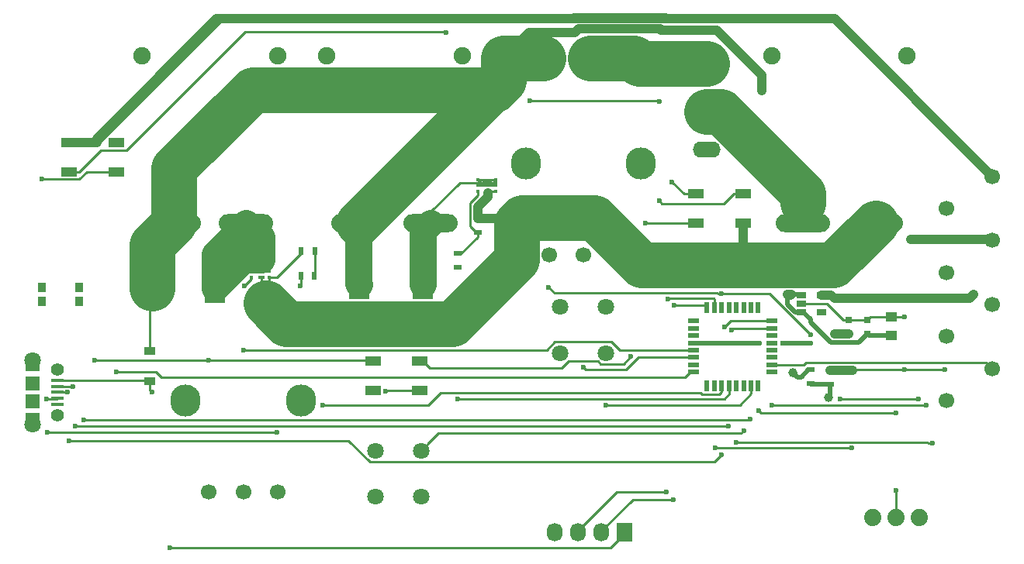
<source format=gbr>
G04 #@! TF.FileFunction,Copper,L1,Top,Signal*
%FSLAX46Y46*%
G04 Gerber Fmt 4.6, Leading zero omitted, Abs format (unit mm)*
G04 Created by KiCad (PCBNEW 4.0.7-e2-6376~61~ubuntu18.04.1) date Tue Jul 31 18:43:04 2018*
%MOMM*%
%LPD*%
G01*
G04 APERTURE LIST*
%ADD10C,0.100000*%
%ADD11R,1.350000X0.450000*%
%ADD12C,1.408000*%
%ADD13C,1.800000*%
%ADD14R,1.550000X1.500000*%
%ADD15R,1.651000X0.998220*%
%ADD16O,5.930000X1.970000*%
%ADD17C,1.900000*%
%ADD18R,1.270000X0.558800*%
%ADD19R,0.558800X1.270000*%
%ADD20C,1.700000*%
%ADD21O,3.300000X3.500000*%
%ADD22R,1.250000X1.000000*%
%ADD23R,0.750000X0.800000*%
%ADD24R,2.250000X3.200000*%
%ADD25C,3.400000*%
%ADD26R,0.500000X0.900000*%
%ADD27R,0.900000X0.500000*%
%ADD28R,0.899160X0.998220*%
%ADD29O,3.030000X1.760000*%
%ADD30R,1.060000X0.650000*%
%ADD31C,1.879600*%
%ADD32R,0.450000X0.300000*%
%ADD33R,0.750000X0.300000*%
%ADD34R,1.000000X0.950000*%
%ADD35C,0.300000*%
%ADD36R,1.727200X2.032000*%
%ADD37O,1.727200X2.032000*%
%ADD38R,1.220000X0.910000*%
%ADD39C,1.000000*%
%ADD40C,0.600000*%
%ADD41C,0.250000*%
%ADD42C,0.500000*%
%ADD43C,1.000000*%
%ADD44C,5.000000*%
%ADD45C,3.000000*%
G04 APERTURE END LIST*
D10*
D11*
X50175000Y-85200000D03*
X50175000Y-85850000D03*
X50175000Y-86500000D03*
X50175000Y-87150000D03*
X50175000Y-87800000D03*
D12*
X50200000Y-84000000D03*
X50200000Y-89000000D03*
D13*
X47500000Y-83000000D03*
X47500000Y-90000000D03*
D14*
X47500000Y-85500000D03*
X47500000Y-87500000D03*
X47500000Y-83450000D03*
X47500000Y-89550000D03*
D15*
X51500000Y-59204680D03*
X51500000Y-62400000D03*
X56651120Y-62400000D03*
X56651120Y-59204680D03*
D16*
X62910000Y-68000000D03*
X70810000Y-68000000D03*
D17*
X59470000Y-49760000D03*
X74250000Y-49760000D03*
D18*
X119607400Y-78700920D03*
X119607400Y-79501020D03*
X119607400Y-80301120D03*
X119607400Y-81101220D03*
X119607400Y-81898780D03*
X119607400Y-82698880D03*
X119607400Y-83498980D03*
X119607400Y-84299080D03*
D19*
X121100920Y-85792600D03*
X121901020Y-85792600D03*
X122701120Y-85792600D03*
X123501220Y-85792600D03*
X124298780Y-85792600D03*
X125098880Y-85792600D03*
X125898980Y-85792600D03*
X126699080Y-85792600D03*
D18*
X128192600Y-84299080D03*
X128192600Y-83498980D03*
X128192600Y-82698880D03*
X128192600Y-81898780D03*
X128192600Y-81101220D03*
X128192600Y-80301120D03*
X128192600Y-79501020D03*
X128192600Y-78700920D03*
D19*
X126699080Y-77207400D03*
X125898980Y-77207400D03*
X125098880Y-77207400D03*
X124298780Y-77207400D03*
X123501220Y-77207400D03*
X122701120Y-77207400D03*
X121901020Y-77207400D03*
X121100920Y-77207400D03*
D20*
X70500000Y-97400000D03*
X66750000Y-97400000D03*
X74250000Y-97400000D03*
D21*
X76800000Y-87400000D03*
X64200000Y-87400000D03*
D16*
X131590000Y-68000000D03*
X139490000Y-68000000D03*
D17*
X128150000Y-49760000D03*
X142930000Y-49760000D03*
D22*
X141200000Y-80300000D03*
X141200000Y-78300000D03*
D23*
X138600000Y-80100000D03*
X138600000Y-78600000D03*
X136600000Y-80100000D03*
X136600000Y-78600000D03*
D24*
X60500000Y-75100000D03*
X67400000Y-75100000D03*
X83150000Y-74700000D03*
X90050000Y-74700000D03*
D25*
X108030000Y-50000000D03*
X103970000Y-50000000D03*
X113110000Y-50000000D03*
X98890000Y-50000000D03*
D16*
X83040000Y-68000000D03*
X90940000Y-68000000D03*
D17*
X79600000Y-49760000D03*
X94380000Y-49760000D03*
D20*
X152200000Y-62900000D03*
X147200000Y-66400000D03*
X152200000Y-69900000D03*
X147200000Y-73400000D03*
X152200000Y-76900000D03*
X152200000Y-83900000D03*
X147200000Y-80400000D03*
X147200000Y-87400000D03*
D26*
X78250000Y-73800000D03*
X76750000Y-73800000D03*
X78300000Y-71100000D03*
X76800000Y-71100000D03*
D27*
X93900000Y-71350000D03*
X93900000Y-72850000D03*
X132400000Y-84050000D03*
X132400000Y-85550000D03*
X134500000Y-85600000D03*
X134500000Y-84100000D03*
X96100000Y-69000000D03*
X96100000Y-67500000D03*
D20*
X107600000Y-71500000D03*
X103850000Y-71500000D03*
X111350000Y-71500000D03*
D21*
X113900000Y-61500000D03*
X101300000Y-61500000D03*
D28*
X48500000Y-76600000D03*
X52599560Y-76600000D03*
X52599560Y-75004880D03*
X48500000Y-75004880D03*
D13*
X84900000Y-92900000D03*
X89900000Y-92900000D03*
X84900000Y-97900000D03*
X89900000Y-97900000D03*
X105100000Y-77200000D03*
X110100000Y-77200000D03*
X105100000Y-82200000D03*
X110100000Y-82200000D03*
D29*
X121100000Y-55300000D03*
X121100000Y-60000000D03*
X121100000Y-50600000D03*
D30*
X131400000Y-75850000D03*
X131400000Y-76800000D03*
X131400000Y-77750000D03*
X133600000Y-77750000D03*
X133600000Y-75850000D03*
D15*
X119924440Y-64802340D03*
X119924440Y-67997660D03*
X125075560Y-67997660D03*
X125075560Y-64802340D03*
X84624440Y-83102340D03*
X84624440Y-86297660D03*
X89775560Y-86297660D03*
X89775560Y-83102340D03*
D31*
X144300000Y-100200000D03*
X141760000Y-100200000D03*
X139220000Y-100200000D03*
D32*
X96125000Y-63250000D03*
X96125000Y-63900000D03*
X96125000Y-64550000D03*
X98075000Y-64550000D03*
X98075000Y-63900000D03*
X98075000Y-63250000D03*
D33*
X97195000Y-64550000D03*
D34*
X97100000Y-63575000D03*
D35*
X97100000Y-63575000D03*
D34*
X97100000Y-63575000D03*
D32*
X71375000Y-72625000D03*
X71375000Y-73275000D03*
X71375000Y-73925000D03*
X73325000Y-73925000D03*
X73325000Y-73275000D03*
X73325000Y-72625000D03*
D33*
X72445000Y-73925000D03*
D34*
X72350000Y-72950000D03*
D35*
X72350000Y-72950000D03*
D34*
X72350000Y-72950000D03*
D36*
X112100000Y-101800000D03*
D37*
X109560000Y-101800000D03*
X107020000Y-101800000D03*
X104480000Y-101800000D03*
D38*
X60300000Y-82000000D03*
X60300000Y-85270000D03*
D39*
X130500000Y-84324000D03*
D40*
X129900000Y-75800000D03*
X127100000Y-53500000D03*
X147100000Y-84000000D03*
X142700000Y-84000000D03*
X142700000Y-78300000D03*
X86000000Y-86400000D03*
X136900000Y-92600000D03*
X122000000Y-92600000D03*
X48500000Y-63200000D03*
X74200000Y-90900000D03*
X49100000Y-90900000D03*
X49000000Y-87200000D03*
X48500000Y-76600000D03*
X124298780Y-77207400D03*
X121901020Y-85792600D03*
X106049999Y-67650001D03*
X143296276Y-69826276D03*
X137000000Y-84100000D03*
X103800000Y-75000000D03*
X132400000Y-80200000D03*
X135000000Y-76200000D03*
X150200000Y-75800000D03*
X144200000Y-87274980D03*
X135600000Y-87274980D03*
X121100920Y-85792600D03*
X122700000Y-75700000D03*
X122701120Y-77207400D03*
X54500000Y-59204680D03*
X54300000Y-83000000D03*
X66700000Y-83000000D03*
X116600000Y-45700000D03*
X117300000Y-63500000D03*
X135007844Y-80092156D03*
X123758345Y-79698226D03*
X52125020Y-90200000D03*
X123400000Y-90200000D03*
X51900000Y-85900000D03*
X123036253Y-79353839D03*
X51300000Y-86500000D03*
X51500000Y-91800000D03*
X122700000Y-93300000D03*
X145000000Y-87900000D03*
X128192600Y-84299080D03*
X128200000Y-87900000D03*
X124300000Y-91974980D03*
X145700000Y-92100000D03*
X124298780Y-85792600D03*
X78250000Y-73800000D03*
X70600000Y-74900000D03*
X79200000Y-87900000D03*
X76700000Y-74900000D03*
X93900000Y-72850000D03*
X93900000Y-87200000D03*
D39*
X134328981Y-87074980D03*
D40*
X132400000Y-85550000D03*
X132400000Y-81100000D03*
X129400000Y-81100000D03*
X126800000Y-81100000D03*
X70500000Y-81900000D03*
X125898980Y-77207400D03*
X125800000Y-89400000D03*
X53100000Y-89500000D03*
X52599560Y-76600000D03*
X125098880Y-85792600D03*
X125100000Y-90700000D03*
X110100000Y-87900000D03*
X56600000Y-84299080D03*
X56651120Y-59204680D03*
X126699080Y-85792600D03*
X126700000Y-88500000D03*
X141700000Y-88800000D03*
X141700000Y-97200000D03*
X116700000Y-97400000D03*
X116800000Y-76300000D03*
X117500000Y-77000000D03*
X117400000Y-98200000D03*
X115900000Y-65600000D03*
X115900000Y-54700000D03*
X101800000Y-54600000D03*
X92600000Y-47200000D03*
X114400000Y-68000000D03*
X112800000Y-82600000D03*
X107600000Y-83727362D03*
X62500000Y-103500000D03*
X60500000Y-86500000D03*
D41*
X60300000Y-82000000D02*
X60300000Y-75300000D01*
X60300000Y-75300000D02*
X60500000Y-75100000D01*
D42*
X129900000Y-76886812D02*
X129900000Y-76224264D01*
X129900000Y-76224264D02*
X129900000Y-75800000D01*
X131400000Y-77750000D02*
X130763188Y-77750000D01*
X130763188Y-77750000D02*
X129900000Y-76886812D01*
X131426001Y-84823999D02*
X130999999Y-84823999D01*
X130999999Y-84823999D02*
X130500000Y-84324000D01*
X132200000Y-84050000D02*
X131426001Y-84823999D01*
X132400000Y-84050000D02*
X132200000Y-84050000D01*
X134622180Y-81050010D02*
X132400000Y-78827830D01*
X137674990Y-81050010D02*
X134622180Y-81050010D01*
X138600000Y-80125000D02*
X137674990Y-81050010D01*
X138600000Y-80100000D02*
X138600000Y-80125000D01*
X132400000Y-78827830D02*
X132400000Y-78545000D01*
D43*
X127100000Y-53075736D02*
X127100000Y-53500000D01*
X127100000Y-51866740D02*
X127100000Y-53075736D01*
X122133271Y-46900011D02*
X127100000Y-51866740D01*
X116002919Y-46799990D02*
X116102940Y-46900011D01*
X101715008Y-47174992D02*
X106697060Y-47174992D01*
X98890000Y-50000000D02*
X101715008Y-47174992D01*
X116102940Y-46900011D02*
X122133271Y-46900011D01*
X107072062Y-46799990D02*
X116002919Y-46799990D01*
X106697060Y-47174992D02*
X107072062Y-46799990D01*
D42*
X141200000Y-80300000D02*
X138800000Y-80300000D01*
X138800000Y-80300000D02*
X138600000Y-80100000D01*
X131400000Y-77750000D02*
X131605000Y-77750000D01*
X131605000Y-77750000D02*
X132400000Y-78545000D01*
X129900000Y-75800000D02*
X131350000Y-75800000D01*
D43*
X129900000Y-75800000D02*
X130284998Y-75800000D01*
X129950000Y-75850000D02*
X130234998Y-75850000D01*
D44*
X60500000Y-75100000D02*
X60500000Y-70410000D01*
X60500000Y-70410000D02*
X62910000Y-68000000D01*
D41*
X131400000Y-75850000D02*
X130620000Y-75850000D01*
X130620000Y-75850000D02*
X130544999Y-75925001D01*
D44*
X98890000Y-50000000D02*
X103169991Y-50000000D01*
X62910000Y-68000000D02*
X62910000Y-62015000D01*
X62910000Y-62015000D02*
X71514999Y-53410001D01*
X71514999Y-53410001D02*
X97884162Y-53410001D01*
X97884162Y-53410001D02*
X98890000Y-52404163D01*
X98890000Y-52404163D02*
X98890000Y-50000000D01*
X98890000Y-50000000D02*
X98890000Y-52150000D01*
X98890000Y-52150000D02*
X83040000Y-68000000D01*
D45*
X98629999Y-52410001D02*
X98890000Y-52150000D01*
X83040000Y-68000000D02*
X83040000Y-74590000D01*
X83040000Y-74590000D02*
X83150000Y-74700000D01*
X103970000Y-50000000D02*
X98890000Y-50000000D01*
D41*
X142700000Y-84000000D02*
X147100000Y-84000000D01*
X142700000Y-84000000D02*
X137100000Y-84000000D01*
X137100000Y-84000000D02*
X137000000Y-84100000D01*
X141200000Y-78300000D02*
X142700000Y-78300000D01*
X89775560Y-86297660D02*
X86102340Y-86297660D01*
X86102340Y-86297660D02*
X86000000Y-86400000D01*
X122000000Y-92600000D02*
X136900000Y-92600000D01*
X56651120Y-62400000D02*
X53409612Y-62400000D01*
X53409612Y-62400000D02*
X52585501Y-63224111D01*
X52585501Y-63224111D02*
X48524111Y-63224111D01*
X48524111Y-63224111D02*
X48500000Y-63200000D01*
X49100000Y-90900000D02*
X74200000Y-90900000D01*
X49000000Y-87200000D02*
X50125000Y-87200000D01*
X50125000Y-87200000D02*
X50175000Y-87150000D01*
X97195000Y-64550000D02*
X98075000Y-64550000D01*
D44*
X134890000Y-72600000D02*
X125000000Y-72600000D01*
X125000000Y-72600000D02*
X113954002Y-72600000D01*
D43*
X125075560Y-67997660D02*
X125075560Y-72524440D01*
X125075560Y-72524440D02*
X125000000Y-72600000D01*
X143296276Y-69826276D02*
X152126276Y-69826276D01*
X152126276Y-69826276D02*
X152200000Y-69900000D01*
D41*
X134175000Y-76800000D02*
X132180000Y-76800000D01*
X135975000Y-78600000D02*
X134175000Y-76800000D01*
X136600000Y-78600000D02*
X135975000Y-78600000D01*
X132180000Y-76800000D02*
X131400000Y-76800000D01*
D43*
X134500000Y-84100000D02*
X137000000Y-84100000D01*
D41*
X143614242Y-69900000D02*
X143596275Y-69917967D01*
X152200000Y-69900000D02*
X143614242Y-69900000D01*
D43*
X96100000Y-67500000D02*
X96100000Y-66250000D01*
X96100000Y-66250000D02*
X97195000Y-65155000D01*
X97195000Y-65155000D02*
X97195000Y-64750001D01*
X100825001Y-67500000D02*
X96100000Y-67500000D01*
X100925001Y-67400000D02*
X100825001Y-67500000D01*
D41*
X100525000Y-67400000D02*
X100925001Y-67400000D01*
X99645000Y-67400000D02*
X100925001Y-67400000D01*
X96970000Y-64550000D02*
X97195000Y-64550000D01*
X76800000Y-71100000D02*
X76800000Y-71300000D01*
X74175000Y-73925000D02*
X73800000Y-73925000D01*
X76800000Y-71300000D02*
X74175000Y-73925000D01*
X73800000Y-73925000D02*
X73325000Y-73925000D01*
X136600000Y-78600000D02*
X138600000Y-78600000D01*
X141200000Y-78300000D02*
X138900000Y-78300000D01*
X138900000Y-78300000D02*
X138600000Y-78600000D01*
X73325000Y-73925000D02*
X73325000Y-76425002D01*
X73325000Y-76425002D02*
X72975001Y-76775001D01*
X72445000Y-73925000D02*
X72445000Y-76245000D01*
X72445000Y-76245000D02*
X72975001Y-76775001D01*
D44*
X75200001Y-79000001D02*
X72975001Y-76775001D01*
X100925001Y-67400000D02*
X100299999Y-68025002D01*
X100299999Y-68025002D02*
X100299999Y-72035003D01*
X100299999Y-72035003D02*
X93335001Y-79000001D01*
X93335001Y-79000001D02*
X75200001Y-79000001D01*
X108754002Y-67400000D02*
X100925001Y-67400000D01*
X139490000Y-68000000D02*
X134890000Y-72600000D01*
X113954002Y-72600000D02*
X108754002Y-67400000D01*
D41*
X103800000Y-75000000D02*
X104474998Y-75674998D01*
X104474998Y-75674998D02*
X122250734Y-75674998D01*
X122250734Y-75674998D02*
X122275736Y-75700000D01*
X122275736Y-75700000D02*
X122700000Y-75700000D01*
D43*
X135000000Y-76200000D02*
X149800000Y-76200000D01*
X149800000Y-76200000D02*
X150200000Y-75800000D01*
X133600000Y-75850000D02*
X134650000Y-75850000D01*
X134650000Y-75850000D02*
X135000000Y-76200000D01*
D41*
X136024264Y-87274980D02*
X144200000Y-87274980D01*
X135600000Y-87274980D02*
X136024264Y-87274980D01*
D43*
X135007844Y-80092156D02*
X136592156Y-80092156D01*
X136592156Y-80092156D02*
X136600000Y-80100000D01*
X135000000Y-45700000D02*
X152200000Y-62900000D01*
X116600000Y-45700000D02*
X135000000Y-45700000D01*
X106474982Y-45700000D02*
X106575002Y-45599980D01*
X106575002Y-45599980D02*
X116600000Y-45599980D01*
X54500000Y-59204680D02*
X54500000Y-58780416D01*
X54500000Y-58780416D02*
X67580416Y-45700000D01*
X67580416Y-45700000D02*
X106474982Y-45700000D01*
X51500000Y-59204680D02*
X54500000Y-59204680D01*
D41*
X54741508Y-59204680D02*
X54500000Y-59204680D01*
X67200000Y-83000000D02*
X84522100Y-83000000D01*
X67200000Y-83000000D02*
X54300000Y-83000000D01*
X66700000Y-83000000D02*
X67200000Y-83000000D01*
X84522100Y-83000000D02*
X84624440Y-83102340D01*
X120874980Y-45974980D02*
X116600000Y-45974981D01*
X116600000Y-45700000D02*
X116600000Y-45974981D01*
X116600000Y-45974981D02*
X67971205Y-45974983D01*
X119924440Y-64802340D02*
X118602340Y-64802340D01*
X118602340Y-64802340D02*
X117300000Y-63500000D01*
X67971205Y-45974983D02*
X54741508Y-59204680D01*
X122374980Y-45974980D02*
X120874980Y-45974980D01*
X122700000Y-75700000D02*
X127900000Y-75700000D01*
X127900000Y-75700000D02*
X132400000Y-80200000D01*
X71375000Y-73275000D02*
X71375000Y-72625000D01*
X72350000Y-72950000D02*
X71700000Y-72950000D01*
X71700000Y-72950000D02*
X71375000Y-73275000D01*
X73325000Y-73275000D02*
X72675000Y-73275000D01*
X72675000Y-73275000D02*
X72350000Y-72950000D01*
X73325000Y-72625000D02*
X73325000Y-73275000D01*
X72350000Y-72950000D02*
X73000000Y-72950000D01*
X73000000Y-72950000D02*
X73325000Y-72625000D01*
X71375000Y-72625000D02*
X72025000Y-72625000D01*
X72025000Y-72625000D02*
X72350000Y-72950000D01*
D45*
X72500000Y-72000000D02*
X72500000Y-69500000D01*
X67400000Y-75100000D02*
X70515000Y-71985000D01*
X70515000Y-71985000D02*
X70810000Y-71985000D01*
X70825000Y-72000000D02*
X72500000Y-72000000D01*
X67400000Y-71410000D02*
X67400000Y-75100000D01*
X70810000Y-71985000D02*
X70825000Y-72000000D01*
X70810000Y-68000000D02*
X70810000Y-71985000D01*
X70810000Y-68000000D02*
X67400000Y-71410000D01*
D41*
X98075000Y-63250000D02*
X96125000Y-63250000D01*
X96125000Y-63900000D02*
X98075000Y-63900000D01*
X96450000Y-63575000D02*
X96125000Y-63250000D01*
X97100000Y-63575000D02*
X96450000Y-63575000D01*
X96450000Y-63575000D02*
X96125000Y-63900000D01*
X98075000Y-63900000D02*
X97750000Y-63575000D01*
X98075000Y-63250000D02*
X98075000Y-63900000D01*
X97100000Y-63575000D02*
X97750000Y-63575000D01*
X97750000Y-63575000D02*
X98075000Y-63250000D01*
X96125000Y-63250000D02*
X96775000Y-63250000D01*
X96775000Y-63250000D02*
X97100000Y-63575000D01*
X97100000Y-63575000D02*
X94130000Y-63575000D01*
X94130000Y-63575000D02*
X90940000Y-66765000D01*
X90940000Y-66765000D02*
X90940000Y-68000000D01*
D45*
X90050000Y-74700000D02*
X90050000Y-68890000D01*
X90050000Y-68890000D02*
X90940000Y-68000000D01*
D44*
X114585000Y-50600000D02*
X121100000Y-50600000D01*
X113710000Y-50600000D02*
X114585000Y-50600000D01*
X113110000Y-50000000D02*
X113710000Y-50600000D01*
X113110000Y-50000000D02*
X108370001Y-50000000D01*
D45*
X108030000Y-50000000D02*
X113110000Y-50000000D01*
D41*
X131590000Y-68000000D02*
X131590000Y-65155000D01*
X131590000Y-65155000D02*
X121735000Y-55300000D01*
X121735000Y-55300000D02*
X121100000Y-55300000D01*
D44*
X131590000Y-65790000D02*
X131590000Y-64792102D01*
X131590000Y-64792102D02*
X122597907Y-55800009D01*
X122597907Y-55800009D02*
X121100000Y-55800009D01*
D45*
X131590000Y-65790000D02*
X121100000Y-55300000D01*
D41*
X123955551Y-79501020D02*
X123758345Y-79698226D01*
X128192600Y-79501020D02*
X123955551Y-79501020D01*
X123400000Y-90200000D02*
X52125020Y-90200000D01*
X50175000Y-85850000D02*
X51850000Y-85850000D01*
X51850000Y-85850000D02*
X51900000Y-85900000D01*
X123336252Y-79053840D02*
X123036253Y-79353839D01*
X123689172Y-78700920D02*
X123336252Y-79053840D01*
X128192600Y-78700920D02*
X123689172Y-78700920D01*
X51300000Y-86500000D02*
X50175000Y-86500000D01*
X122700000Y-93300000D02*
X121874999Y-94125001D01*
X121874999Y-94125001D02*
X84311999Y-94125001D01*
X84311999Y-94125001D02*
X81986998Y-91800000D01*
X81986998Y-91800000D02*
X51500000Y-91800000D01*
X128200000Y-87900000D02*
X145000000Y-87900000D01*
X145150716Y-91974980D02*
X124300000Y-91974980D01*
X145275736Y-92100000D02*
X145150716Y-91974980D01*
X145700000Y-92100000D02*
X145275736Y-92100000D01*
X151574990Y-83274990D02*
X152200000Y-83900000D01*
X128192600Y-83498980D02*
X131666018Y-83498980D01*
X131666018Y-83498980D02*
X131890008Y-83274990D01*
X131890008Y-83274990D02*
X151574990Y-83274990D01*
X71375000Y-73925000D02*
X71375000Y-74125000D01*
X71375000Y-74125000D02*
X70600000Y-74900000D01*
X78300000Y-71100000D02*
X78300000Y-73750000D01*
X78300000Y-73750000D02*
X78250000Y-73800000D01*
X120561519Y-86752601D02*
X122440421Y-86752601D01*
X120383916Y-86574998D02*
X120561519Y-86752601D01*
X91999998Y-86574998D02*
X120383916Y-86574998D01*
X122701120Y-86491902D02*
X122701120Y-85792600D01*
X90674996Y-87900000D02*
X91999998Y-86574998D01*
X79200000Y-87900000D02*
X90674996Y-87900000D01*
X122440421Y-86752601D02*
X122701120Y-86491902D01*
X76750000Y-73800000D02*
X76750000Y-74850000D01*
X76750000Y-74850000D02*
X76700000Y-74900000D01*
X95900000Y-69000000D02*
X96100000Y-69000000D01*
X95274989Y-68374989D02*
X95900000Y-69000000D01*
X95274989Y-65800011D02*
X95274989Y-68374989D01*
X96125000Y-64950000D02*
X95274989Y-65800011D01*
X96125000Y-64550000D02*
X96125000Y-64950000D01*
X93900000Y-71350000D02*
X94250000Y-71350000D01*
X94250000Y-71350000D02*
X96100000Y-69500000D01*
X96100000Y-69500000D02*
X96100000Y-69000000D01*
X120375119Y-87202612D02*
X120372507Y-87200000D01*
X123501220Y-85792600D02*
X123501220Y-86677600D01*
X123501220Y-86677600D02*
X122976208Y-87202612D01*
X122976208Y-87202612D02*
X120375119Y-87202612D01*
X120372507Y-87200000D02*
X93900000Y-87200000D01*
D42*
X134500000Y-86903961D02*
X134328981Y-87074980D01*
X134500000Y-85600000D02*
X134500000Y-86903961D01*
X129400000Y-81100000D02*
X132400000Y-81100000D01*
X119607400Y-81101220D02*
X126798780Y-81101220D01*
X126798780Y-81101220D02*
X126800000Y-81100000D01*
X134500000Y-85600000D02*
X132450000Y-85600000D01*
X132450000Y-85600000D02*
X132400000Y-85550000D01*
D41*
X119607400Y-81898780D02*
X111611782Y-81898780D01*
X111611782Y-81898780D02*
X110688001Y-80974999D01*
X110688001Y-80974999D02*
X104511999Y-80974999D01*
X104511999Y-80974999D02*
X103586998Y-81900000D01*
X103586998Y-81900000D02*
X70500000Y-81900000D01*
X53100000Y-89500000D02*
X125700000Y-89500000D01*
X125700000Y-89500000D02*
X125800000Y-89400000D01*
X90799999Y-92000001D02*
X89900000Y-92900000D01*
X91800001Y-90999999D02*
X90799999Y-92000001D01*
X124800001Y-90999999D02*
X91800001Y-90999999D01*
X125100000Y-90700000D02*
X124800001Y-90999999D01*
X125100000Y-85793720D02*
X125098880Y-85792600D01*
X125898980Y-85792600D02*
X125898980Y-86677600D01*
X125898980Y-86677600D02*
X124676580Y-87900000D01*
X124676580Y-87900000D02*
X110100000Y-87900000D01*
X57024264Y-84299080D02*
X56600000Y-84299080D01*
X60979082Y-84299080D02*
X57024264Y-84299080D01*
X61508482Y-84828480D02*
X60979082Y-84299080D01*
X118722400Y-84828480D02*
X61508482Y-84828480D01*
X119251800Y-84299080D02*
X118722400Y-84828480D01*
X119607400Y-84299080D02*
X119251800Y-84299080D01*
X126700000Y-85793520D02*
X126699080Y-85792600D01*
X141700000Y-88800000D02*
X127000000Y-88800000D01*
X127000000Y-88800000D02*
X126700000Y-88500000D01*
X141760000Y-100200000D02*
X141760000Y-97260000D01*
X141760000Y-97260000D02*
X141700000Y-97200000D01*
X116700000Y-97400000D02*
X111267600Y-97400000D01*
X111267600Y-97400000D02*
X107020000Y-101647600D01*
X107020000Y-101647600D02*
X107020000Y-101800000D01*
X121901020Y-76322400D02*
X121826019Y-76247399D01*
X121901020Y-77207400D02*
X121901020Y-76322400D01*
X121826019Y-76247399D02*
X116852601Y-76247399D01*
X116852601Y-76247399D02*
X116800000Y-76300000D01*
X117400000Y-98200000D02*
X113007600Y-98200000D01*
X113007600Y-98200000D02*
X109560000Y-101647600D01*
X109560000Y-101647600D02*
X109560000Y-101800000D01*
X117500000Y-77000000D02*
X120893520Y-77000000D01*
X120893520Y-77000000D02*
X121100920Y-77207400D01*
X115900000Y-65600000D02*
X116199999Y-65899999D01*
X116199999Y-65899999D02*
X122902401Y-65899999D01*
X122902401Y-65899999D02*
X124000060Y-64802340D01*
X124000060Y-64802340D02*
X125075560Y-64802340D01*
X101800000Y-54600000D02*
X115800000Y-54600000D01*
X115800000Y-54600000D02*
X115900000Y-54700000D01*
X70700000Y-47065412D02*
X92465412Y-47065412D01*
X92465412Y-47065412D02*
X92600000Y-47200000D01*
X52575500Y-62400000D02*
X54946709Y-60028791D01*
X54946709Y-60028791D02*
X57736621Y-60028791D01*
X57736621Y-60028791D02*
X70700000Y-47065412D01*
X51500000Y-62400000D02*
X52575500Y-62400000D01*
X114400000Y-68000000D02*
X119922100Y-68000000D01*
X119922100Y-68000000D02*
X119924440Y-67997660D01*
X106010662Y-83102340D02*
X109189338Y-83102340D01*
X109189338Y-83102340D02*
X109511999Y-83425001D01*
X90851060Y-83851450D02*
X105261552Y-83851450D01*
X90101950Y-83102340D02*
X90851060Y-83851450D01*
X109511999Y-83425001D02*
X111974999Y-83425001D01*
X89775560Y-83102340D02*
X90101950Y-83102340D01*
X105261552Y-83851450D02*
X106010662Y-83102340D01*
X111974999Y-83425001D02*
X112800000Y-82600000D01*
X113626124Y-82698880D02*
X112297643Y-84027361D01*
X119607400Y-82698880D02*
X113626124Y-82698880D01*
X107899999Y-84027361D02*
X107600000Y-83727362D01*
X112297643Y-84027361D02*
X107899999Y-84027361D01*
X62500000Y-103500000D02*
X110552400Y-103500000D01*
X110552400Y-103500000D02*
X112100000Y-101952400D01*
X112100000Y-101952400D02*
X112100000Y-101800000D01*
X60300000Y-85270000D02*
X60300000Y-86300000D01*
X60300000Y-86300000D02*
X60500000Y-86500000D01*
X112100000Y-101647600D02*
X112100000Y-101800000D01*
X50175000Y-85200000D02*
X60230000Y-85200000D01*
X60230000Y-85200000D02*
X60300000Y-85270000D01*
M02*

</source>
